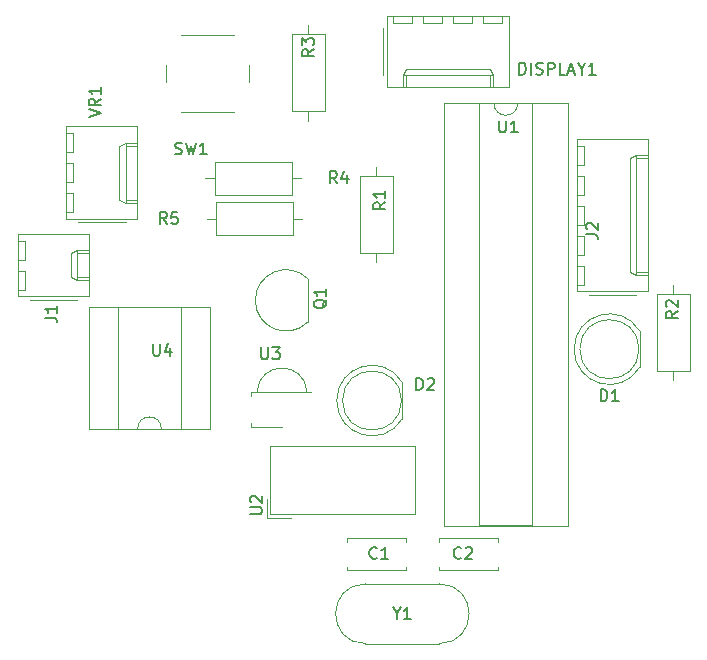
<source format=gbr>
%TF.GenerationSoftware,KiCad,Pcbnew,(6.0.7-1)-1*%
%TF.CreationDate,2022-10-17T13:14:11+05:30*%
%TF.ProjectId,Ac Temp Control ,41632054-656d-4702-9043-6f6e74726f6c,rev?*%
%TF.SameCoordinates,Original*%
%TF.FileFunction,Legend,Top*%
%TF.FilePolarity,Positive*%
%FSLAX46Y46*%
G04 Gerber Fmt 4.6, Leading zero omitted, Abs format (unit mm)*
G04 Created by KiCad (PCBNEW (6.0.7-1)-1) date 2022-10-17 13:14:11*
%MOMM*%
%LPD*%
G01*
G04 APERTURE LIST*
%ADD10C,0.150000*%
%ADD11C,0.120000*%
G04 APERTURE END LIST*
D10*
%TO.C,U1*%
X157019897Y-88034182D02*
X157019897Y-88843706D01*
X157067516Y-88938944D01*
X157115135Y-88986563D01*
X157210373Y-89034182D01*
X157400849Y-89034182D01*
X157496087Y-88986563D01*
X157543706Y-88938944D01*
X157591325Y-88843706D01*
X157591325Y-88034182D01*
X158591325Y-89034182D02*
X158019897Y-89034182D01*
X158305611Y-89034182D02*
X158305611Y-88034182D01*
X158210373Y-88177040D01*
X158115135Y-88272278D01*
X158019897Y-88319897D01*
%TO.C,Y1*%
X148355611Y-129757992D02*
X148355611Y-130234182D01*
X148022278Y-129234182D02*
X148355611Y-129757992D01*
X148688944Y-129234182D01*
X149546087Y-130234182D02*
X148974659Y-130234182D01*
X149260373Y-130234182D02*
X149260373Y-129234182D01*
X149165135Y-129377040D01*
X149069897Y-129472278D01*
X148974659Y-129519897D01*
%TO.C,R3*%
X141334182Y-81998468D02*
X140857992Y-82331802D01*
X141334182Y-82569897D02*
X140334182Y-82569897D01*
X140334182Y-82188944D01*
X140381802Y-82093706D01*
X140429421Y-82046087D01*
X140524659Y-81998468D01*
X140667516Y-81998468D01*
X140762754Y-82046087D01*
X140810373Y-82093706D01*
X140857992Y-82188944D01*
X140857992Y-82569897D01*
X140334182Y-81665135D02*
X140334182Y-81046087D01*
X140715135Y-81379421D01*
X140715135Y-81236563D01*
X140762754Y-81141325D01*
X140810373Y-81093706D01*
X140905611Y-81046087D01*
X141143706Y-81046087D01*
X141238944Y-81093706D01*
X141286563Y-81141325D01*
X141334182Y-81236563D01*
X141334182Y-81522278D01*
X141286563Y-81617516D01*
X141238944Y-81665135D01*
%TO.C,VR1*%
X122284182Y-87741325D02*
X123284182Y-87407992D01*
X122284182Y-87074659D01*
X123284182Y-86169897D02*
X122807992Y-86503230D01*
X123284182Y-86741325D02*
X122284182Y-86741325D01*
X122284182Y-86360373D01*
X122331802Y-86265135D01*
X122379421Y-86217516D01*
X122474659Y-86169897D01*
X122617516Y-86169897D01*
X122712754Y-86217516D01*
X122760373Y-86265135D01*
X122807992Y-86360373D01*
X122807992Y-86741325D01*
X123284182Y-85217516D02*
X123284182Y-85788944D01*
X123284182Y-85503230D02*
X122284182Y-85503230D01*
X122427040Y-85598468D01*
X122522278Y-85693706D01*
X122569897Y-85788944D01*
%TO.C,SW1*%
X129598468Y-90836563D02*
X129741325Y-90884182D01*
X129979421Y-90884182D01*
X130074659Y-90836563D01*
X130122278Y-90788944D01*
X130169897Y-90693706D01*
X130169897Y-90598468D01*
X130122278Y-90503230D01*
X130074659Y-90455611D01*
X129979421Y-90407992D01*
X129788944Y-90360373D01*
X129693706Y-90312754D01*
X129646087Y-90265135D01*
X129598468Y-90169897D01*
X129598468Y-90074659D01*
X129646087Y-89979421D01*
X129693706Y-89931802D01*
X129788944Y-89884182D01*
X130027040Y-89884182D01*
X130169897Y-89931802D01*
X130503230Y-89884182D02*
X130741325Y-90884182D01*
X130931802Y-90169897D01*
X131122278Y-90884182D01*
X131360373Y-89884182D01*
X132265135Y-90884182D02*
X131693706Y-90884182D01*
X131979421Y-90884182D02*
X131979421Y-89884182D01*
X131884182Y-90027040D01*
X131788944Y-90122278D01*
X131693706Y-90169897D01*
%TO.C,R1*%
X147384182Y-94948468D02*
X146907992Y-95281802D01*
X147384182Y-95519897D02*
X146384182Y-95519897D01*
X146384182Y-95138944D01*
X146431802Y-95043706D01*
X146479421Y-94996087D01*
X146574659Y-94948468D01*
X146717516Y-94948468D01*
X146812754Y-94996087D01*
X146860373Y-95043706D01*
X146907992Y-95138944D01*
X146907992Y-95519897D01*
X147384182Y-93996087D02*
X147384182Y-94567516D01*
X147384182Y-94281802D02*
X146384182Y-94281802D01*
X146527040Y-94377040D01*
X146622278Y-94472278D01*
X146669897Y-94567516D01*
%TO.C,U4*%
X127719897Y-106934182D02*
X127719897Y-107743706D01*
X127767516Y-107838944D01*
X127815135Y-107886563D01*
X127910373Y-107934182D01*
X128100849Y-107934182D01*
X128196087Y-107886563D01*
X128243706Y-107838944D01*
X128291325Y-107743706D01*
X128291325Y-106934182D01*
X129196087Y-107267516D02*
X129196087Y-107934182D01*
X128957992Y-106886563D02*
X128719897Y-107600849D01*
X129338944Y-107600849D01*
%TO.C,J1*%
X118584182Y-104715135D02*
X119298468Y-104715135D01*
X119441325Y-104762754D01*
X119536563Y-104857992D01*
X119584182Y-105000849D01*
X119584182Y-105096087D01*
X119584182Y-103715135D02*
X119584182Y-104286563D01*
X119584182Y-104000849D02*
X118584182Y-104000849D01*
X118727040Y-104096087D01*
X118822278Y-104191325D01*
X118869897Y-104286563D01*
%TO.C,DISPLAY1*%
X158717516Y-84134182D02*
X158717516Y-83134182D01*
X158955611Y-83134182D01*
X159098468Y-83181802D01*
X159193706Y-83277040D01*
X159241325Y-83372278D01*
X159288944Y-83562754D01*
X159288944Y-83705611D01*
X159241325Y-83896087D01*
X159193706Y-83991325D01*
X159098468Y-84086563D01*
X158955611Y-84134182D01*
X158717516Y-84134182D01*
X159717516Y-84134182D02*
X159717516Y-83134182D01*
X160146087Y-84086563D02*
X160288944Y-84134182D01*
X160527040Y-84134182D01*
X160622278Y-84086563D01*
X160669897Y-84038944D01*
X160717516Y-83943706D01*
X160717516Y-83848468D01*
X160669897Y-83753230D01*
X160622278Y-83705611D01*
X160527040Y-83657992D01*
X160336563Y-83610373D01*
X160241325Y-83562754D01*
X160193706Y-83515135D01*
X160146087Y-83419897D01*
X160146087Y-83324659D01*
X160193706Y-83229421D01*
X160241325Y-83181802D01*
X160336563Y-83134182D01*
X160574659Y-83134182D01*
X160717516Y-83181802D01*
X161146087Y-84134182D02*
X161146087Y-83134182D01*
X161527040Y-83134182D01*
X161622278Y-83181802D01*
X161669897Y-83229421D01*
X161717516Y-83324659D01*
X161717516Y-83467516D01*
X161669897Y-83562754D01*
X161622278Y-83610373D01*
X161527040Y-83657992D01*
X161146087Y-83657992D01*
X162622278Y-84134182D02*
X162146087Y-84134182D01*
X162146087Y-83134182D01*
X162907992Y-83848468D02*
X163384182Y-83848468D01*
X162812754Y-84134182D02*
X163146087Y-83134182D01*
X163479421Y-84134182D01*
X164003230Y-83657992D02*
X164003230Y-84134182D01*
X163669897Y-83134182D02*
X164003230Y-83657992D01*
X164336563Y-83134182D01*
X165193706Y-84134182D02*
X164622278Y-84134182D01*
X164907992Y-84134182D02*
X164907992Y-83134182D01*
X164812754Y-83277040D01*
X164717516Y-83372278D01*
X164622278Y-83419897D01*
%TO.C,C1*%
X146665135Y-125038944D02*
X146617516Y-125086563D01*
X146474659Y-125134182D01*
X146379421Y-125134182D01*
X146236563Y-125086563D01*
X146141325Y-124991325D01*
X146093706Y-124896087D01*
X146046087Y-124705611D01*
X146046087Y-124562754D01*
X146093706Y-124372278D01*
X146141325Y-124277040D01*
X146236563Y-124181802D01*
X146379421Y-124134182D01*
X146474659Y-124134182D01*
X146617516Y-124181802D01*
X146665135Y-124229421D01*
X147617516Y-125134182D02*
X147046087Y-125134182D01*
X147331802Y-125134182D02*
X147331802Y-124134182D01*
X147236563Y-124277040D01*
X147141325Y-124372278D01*
X147046087Y-124419897D01*
%TO.C,D1*%
X165623706Y-111794182D02*
X165623706Y-110794182D01*
X165861802Y-110794182D01*
X166004659Y-110841802D01*
X166099897Y-110937040D01*
X166147516Y-111032278D01*
X166195135Y-111222754D01*
X166195135Y-111365611D01*
X166147516Y-111556087D01*
X166099897Y-111651325D01*
X166004659Y-111746563D01*
X165861802Y-111794182D01*
X165623706Y-111794182D01*
X167147516Y-111794182D02*
X166576087Y-111794182D01*
X166861802Y-111794182D02*
X166861802Y-110794182D01*
X166766563Y-110937040D01*
X166671325Y-111032278D01*
X166576087Y-111079897D01*
%TO.C,C2*%
X153815135Y-125038944D02*
X153767516Y-125086563D01*
X153624659Y-125134182D01*
X153529421Y-125134182D01*
X153386563Y-125086563D01*
X153291325Y-124991325D01*
X153243706Y-124896087D01*
X153196087Y-124705611D01*
X153196087Y-124562754D01*
X153243706Y-124372278D01*
X153291325Y-124277040D01*
X153386563Y-124181802D01*
X153529421Y-124134182D01*
X153624659Y-124134182D01*
X153767516Y-124181802D01*
X153815135Y-124229421D01*
X154196087Y-124229421D02*
X154243706Y-124181802D01*
X154338944Y-124134182D01*
X154577040Y-124134182D01*
X154672278Y-124181802D01*
X154719897Y-124229421D01*
X154767516Y-124324659D01*
X154767516Y-124419897D01*
X154719897Y-124562754D01*
X154148468Y-125134182D01*
X154767516Y-125134182D01*
%TO.C,J2*%
X164384182Y-97665135D02*
X165098468Y-97665135D01*
X165241325Y-97712754D01*
X165336563Y-97807992D01*
X165384182Y-97950849D01*
X165384182Y-98046087D01*
X164479421Y-97236563D02*
X164431802Y-97188944D01*
X164384182Y-97093706D01*
X164384182Y-96855611D01*
X164431802Y-96760373D01*
X164479421Y-96712754D01*
X164574659Y-96665135D01*
X164669897Y-96665135D01*
X164812754Y-96712754D01*
X165384182Y-97284182D01*
X165384182Y-96665135D01*
%TO.C,R5*%
X128885135Y-96784182D02*
X128551802Y-96307992D01*
X128313706Y-96784182D02*
X128313706Y-95784182D01*
X128694659Y-95784182D01*
X128789897Y-95831802D01*
X128837516Y-95879421D01*
X128885135Y-95974659D01*
X128885135Y-96117516D01*
X128837516Y-96212754D01*
X128789897Y-96260373D01*
X128694659Y-96307992D01*
X128313706Y-96307992D01*
X129789897Y-95784182D02*
X129313706Y-95784182D01*
X129266087Y-96260373D01*
X129313706Y-96212754D01*
X129408944Y-96165135D01*
X129647040Y-96165135D01*
X129742278Y-96212754D01*
X129789897Y-96260373D01*
X129837516Y-96355611D01*
X129837516Y-96593706D01*
X129789897Y-96688944D01*
X129742278Y-96736563D01*
X129647040Y-96784182D01*
X129408944Y-96784182D01*
X129313706Y-96736563D01*
X129266087Y-96688944D01*
%TO.C,D2*%
X150018706Y-110834182D02*
X150018706Y-109834182D01*
X150256802Y-109834182D01*
X150399659Y-109881802D01*
X150494897Y-109977040D01*
X150542516Y-110072278D01*
X150590135Y-110262754D01*
X150590135Y-110405611D01*
X150542516Y-110596087D01*
X150494897Y-110691325D01*
X150399659Y-110786563D01*
X150256802Y-110834182D01*
X150018706Y-110834182D01*
X150971087Y-109929421D02*
X151018706Y-109881802D01*
X151113944Y-109834182D01*
X151352040Y-109834182D01*
X151447278Y-109881802D01*
X151494897Y-109929421D01*
X151542516Y-110024659D01*
X151542516Y-110119897D01*
X151494897Y-110262754D01*
X150923468Y-110834182D01*
X151542516Y-110834182D01*
%TO.C,R2*%
X172134182Y-104178468D02*
X171657992Y-104511802D01*
X172134182Y-104749897D02*
X171134182Y-104749897D01*
X171134182Y-104368944D01*
X171181802Y-104273706D01*
X171229421Y-104226087D01*
X171324659Y-104178468D01*
X171467516Y-104178468D01*
X171562754Y-104226087D01*
X171610373Y-104273706D01*
X171657992Y-104368944D01*
X171657992Y-104749897D01*
X171229421Y-103797516D02*
X171181802Y-103749897D01*
X171134182Y-103654659D01*
X171134182Y-103416563D01*
X171181802Y-103321325D01*
X171229421Y-103273706D01*
X171324659Y-103226087D01*
X171419897Y-103226087D01*
X171562754Y-103273706D01*
X172134182Y-103845135D01*
X172134182Y-103226087D01*
%TO.C,U3*%
X136869897Y-107234182D02*
X136869897Y-108043706D01*
X136917516Y-108138944D01*
X136965135Y-108186563D01*
X137060373Y-108234182D01*
X137250849Y-108234182D01*
X137346087Y-108186563D01*
X137393706Y-108138944D01*
X137441325Y-108043706D01*
X137441325Y-107234182D01*
X137822278Y-107234182D02*
X138441325Y-107234182D01*
X138107992Y-107615135D01*
X138250849Y-107615135D01*
X138346087Y-107662754D01*
X138393706Y-107710373D01*
X138441325Y-107805611D01*
X138441325Y-108043706D01*
X138393706Y-108138944D01*
X138346087Y-108186563D01*
X138250849Y-108234182D01*
X137965135Y-108234182D01*
X137869897Y-108186563D01*
X137822278Y-108138944D01*
%TO.C,Q1*%
X142429421Y-103177040D02*
X142381802Y-103272278D01*
X142286563Y-103367516D01*
X142143706Y-103510373D01*
X142096087Y-103605611D01*
X142096087Y-103700849D01*
X142334182Y-103653230D02*
X142286563Y-103748468D01*
X142191325Y-103843706D01*
X142000849Y-103891325D01*
X141667516Y-103891325D01*
X141477040Y-103843706D01*
X141381802Y-103748468D01*
X141334182Y-103653230D01*
X141334182Y-103462754D01*
X141381802Y-103367516D01*
X141477040Y-103272278D01*
X141667516Y-103224659D01*
X142000849Y-103224659D01*
X142191325Y-103272278D01*
X142286563Y-103367516D01*
X142334182Y-103462754D01*
X142334182Y-103653230D01*
X142334182Y-102272278D02*
X142334182Y-102843706D01*
X142334182Y-102557992D02*
X141334182Y-102557992D01*
X141477040Y-102653230D01*
X141572278Y-102748468D01*
X141619897Y-102843706D01*
%TO.C,R4*%
X143285135Y-93334182D02*
X142951802Y-92857992D01*
X142713706Y-93334182D02*
X142713706Y-92334182D01*
X143094659Y-92334182D01*
X143189897Y-92381802D01*
X143237516Y-92429421D01*
X143285135Y-92524659D01*
X143285135Y-92667516D01*
X143237516Y-92762754D01*
X143189897Y-92810373D01*
X143094659Y-92857992D01*
X142713706Y-92857992D01*
X144142278Y-92667516D02*
X144142278Y-93334182D01*
X143904182Y-92286563D02*
X143666087Y-93000849D01*
X144285135Y-93000849D01*
%TO.C,U2*%
X135934182Y-121343706D02*
X136743706Y-121343706D01*
X136838944Y-121296087D01*
X136886563Y-121248468D01*
X136934182Y-121153230D01*
X136934182Y-120962754D01*
X136886563Y-120867516D01*
X136838944Y-120819897D01*
X136743706Y-120772278D01*
X135934182Y-120772278D01*
X136029421Y-120343706D02*
X135981802Y-120296087D01*
X135934182Y-120200849D01*
X135934182Y-119962754D01*
X135981802Y-119867516D01*
X136029421Y-119819897D01*
X136124659Y-119772278D01*
X136219897Y-119772278D01*
X136362754Y-119819897D01*
X136934182Y-120391325D01*
X136934182Y-119772278D01*
D11*
%TO.C,U1*%
X159841802Y-86576802D02*
X158591802Y-86576802D01*
X152341802Y-122316802D02*
X162841802Y-122316802D01*
X152341802Y-86516802D02*
X152341802Y-122316802D01*
X155341802Y-86576802D02*
X155341802Y-122256802D01*
X162841802Y-86516802D02*
X152341802Y-86516802D01*
X159841802Y-122256802D02*
X159841802Y-86576802D01*
X156591802Y-86576802D02*
X155341802Y-86576802D01*
X155341802Y-122256802D02*
X159841802Y-122256802D01*
X162841802Y-122316802D02*
X162841802Y-86516802D01*
X156591802Y-86576802D02*
G75*
G03*
X158591802Y-86576802I1000000J0D01*
G01*
%TO.C,Y1*%
X145706802Y-127256802D02*
X151956802Y-127256802D01*
X145706802Y-132306802D02*
X151956802Y-132306802D01*
X145706802Y-127256802D02*
G75*
G03*
X145706802Y-132306802I0J-2525000D01*
G01*
X151956802Y-132306802D02*
G75*
G03*
X151956802Y-127256802I0J2525000D01*
G01*
%TO.C,R3*%
X139511802Y-80711802D02*
X139511802Y-87251802D01*
X142251802Y-87251802D02*
X142251802Y-80711802D01*
X142251802Y-80711802D02*
X139511802Y-80711802D01*
X140881802Y-88021802D02*
X140881802Y-87251802D01*
X139511802Y-87251802D02*
X142251802Y-87251802D01*
X140881802Y-79941802D02*
X140881802Y-80711802D01*
%TO.C,VR1*%
X125391802Y-94971802D02*
X124861802Y-94721802D01*
X120371802Y-90691802D02*
X120971802Y-90691802D01*
X126391802Y-94971802D02*
X125391802Y-94971802D01*
X120371802Y-95771802D02*
X120971802Y-95771802D01*
X120971802Y-89091802D02*
X120371802Y-89091802D01*
X124861802Y-90141802D02*
X125391802Y-89891802D01*
X125391802Y-94971802D02*
X125391802Y-89891802D01*
X120971802Y-93231802D02*
X120971802Y-91631802D01*
X120971802Y-90691802D02*
X120971802Y-89091802D01*
X126391802Y-94721802D02*
X125391802Y-94721802D01*
X120971802Y-95771802D02*
X120971802Y-94171802D01*
X124861802Y-94721802D02*
X124861802Y-90141802D01*
X120971802Y-94171802D02*
X120371802Y-94171802D01*
X126391802Y-90141802D02*
X125391802Y-90141802D01*
X126391802Y-96351802D02*
X126391802Y-88511802D01*
X126391802Y-88511802D02*
X120371802Y-88511802D01*
X125391802Y-89891802D02*
X126391802Y-89891802D01*
X120971802Y-91631802D02*
X120371802Y-91631802D01*
X121401802Y-96641802D02*
X125401802Y-96641802D01*
X120371802Y-93231802D02*
X120971802Y-93231802D01*
X120371802Y-96351802D02*
X126391802Y-96351802D01*
X120371802Y-88511802D02*
X120371802Y-96351802D01*
%TO.C,SW1*%
X134581802Y-80781802D02*
X130081802Y-80781802D01*
X135831802Y-84781802D02*
X135831802Y-83281802D01*
X130081802Y-87281802D02*
X134581802Y-87281802D01*
X128831802Y-83281802D02*
X128831802Y-84781802D01*
%TO.C,R1*%
X148001802Y-99251802D02*
X148001802Y-92711802D01*
X145261802Y-92711802D02*
X145261802Y-99251802D01*
X146631802Y-100021802D02*
X146631802Y-99251802D01*
X148001802Y-92711802D02*
X145261802Y-92711802D01*
X146631802Y-91941802D02*
X146631802Y-92711802D01*
X145261802Y-99251802D02*
X148001802Y-99251802D01*
%TO.C,U4*%
X122281802Y-114171802D02*
X132561802Y-114171802D01*
X124771802Y-114111802D02*
X126421802Y-114111802D01*
X128421802Y-114111802D02*
X130071802Y-114111802D01*
X130071802Y-103831802D02*
X124771802Y-103831802D01*
X124771802Y-103831802D02*
X124771802Y-114111802D01*
X130071802Y-114111802D02*
X130071802Y-103831802D01*
X122281802Y-103771802D02*
X122281802Y-114171802D01*
X132561802Y-103771802D02*
X122281802Y-103771802D01*
X132561802Y-114171802D02*
X132561802Y-103771802D01*
X128421802Y-114111802D02*
G75*
G03*
X126421802Y-114111802I-1000000J0D01*
G01*
%TO.C,J1*%
X121271802Y-101531802D02*
X120741802Y-101281802D01*
X116851802Y-102331802D02*
X116851802Y-100731802D01*
X117281802Y-103201802D02*
X121281802Y-103201802D01*
X116851802Y-98191802D02*
X116251802Y-98191802D01*
X116251802Y-102331802D02*
X116851802Y-102331802D01*
X122271802Y-97611802D02*
X116251802Y-97611802D01*
X122271802Y-102911802D02*
X122271802Y-97611802D01*
X122271802Y-99241802D02*
X121271802Y-99241802D01*
X116251802Y-102911802D02*
X122271802Y-102911802D01*
X120741802Y-101281802D02*
X120741802Y-99241802D01*
X120741802Y-99241802D02*
X121271802Y-98991802D01*
X122271802Y-101531802D02*
X121271802Y-101531802D01*
X121271802Y-101531802D02*
X121271802Y-98991802D01*
X116851802Y-99791802D02*
X116851802Y-98191802D01*
X116251802Y-99791802D02*
X116851802Y-99791802D01*
X116851802Y-100731802D02*
X116251802Y-100731802D01*
X116251802Y-97611802D02*
X116251802Y-102911802D01*
X121271802Y-98991802D02*
X122271802Y-98991802D01*
X122271802Y-101281802D02*
X121271802Y-101281802D01*
%TO.C,DISPLAY1*%
X148871802Y-85191802D02*
X148871802Y-84191802D01*
X153151802Y-79771802D02*
X154751802Y-79771802D01*
X157291802Y-79771802D02*
X157291802Y-79171802D01*
X148871802Y-84191802D02*
X149121802Y-83661802D01*
X148071802Y-79771802D02*
X149671802Y-79771802D01*
X156241802Y-85191802D02*
X156241802Y-84191802D01*
X153151802Y-79171802D02*
X153151802Y-79771802D01*
X147201802Y-80201802D02*
X147201802Y-84201802D01*
X148871802Y-84191802D02*
X156491802Y-84191802D01*
X156491802Y-84191802D02*
X156491802Y-85191802D01*
X157871802Y-85191802D02*
X157871802Y-79171802D01*
X147491802Y-85191802D02*
X157871802Y-85191802D01*
X149121802Y-85191802D02*
X149121802Y-84191802D01*
X156241802Y-83661802D02*
X156491802Y-84191802D01*
X152211802Y-79771802D02*
X152211802Y-79171802D01*
X148071802Y-79171802D02*
X148071802Y-79771802D01*
X155691802Y-79771802D02*
X157291802Y-79771802D01*
X150611802Y-79171802D02*
X150611802Y-79771802D01*
X157871802Y-79171802D02*
X147491802Y-79171802D01*
X149121802Y-83661802D02*
X156241802Y-83661802D01*
X147491802Y-79171802D02*
X147491802Y-85191802D01*
X150611802Y-79771802D02*
X152211802Y-79771802D01*
X149671802Y-79771802D02*
X149671802Y-79171802D01*
X154751802Y-79771802D02*
X154751802Y-79171802D01*
X155691802Y-79171802D02*
X155691802Y-79771802D01*
%TO.C,C1*%
X144161802Y-123361802D02*
X149101802Y-123361802D01*
X144161802Y-126101802D02*
X149101802Y-126101802D01*
X149101802Y-123361802D02*
X149101802Y-123676802D01*
X144161802Y-125786802D02*
X144161802Y-126101802D01*
X144161802Y-123361802D02*
X144161802Y-123676802D01*
X149101802Y-125786802D02*
X149101802Y-126101802D01*
%TO.C,D1*%
X168921802Y-108926802D02*
X168921802Y-105836802D01*
X163371802Y-107381340D02*
G75*
G03*
X168921802Y-108926632I2990000J-462D01*
G01*
X168921802Y-105836972D02*
G75*
G03*
X163371802Y-107382264I-2560000J-1544830D01*
G01*
X168861802Y-107381802D02*
G75*
G03*
X168861802Y-107381802I-2500000J0D01*
G01*
%TO.C,C2*%
X156901802Y-123676802D02*
X156901802Y-123361802D01*
X156901802Y-126101802D02*
X151961802Y-126101802D01*
X156901802Y-123361802D02*
X151961802Y-123361802D01*
X151961802Y-123676802D02*
X151961802Y-123361802D01*
X156901802Y-126101802D02*
X156901802Y-125786802D01*
X151961802Y-126101802D02*
X151961802Y-125786802D01*
%TO.C,J2*%
X164221802Y-95231802D02*
X163621802Y-95231802D01*
X163621802Y-94291802D02*
X164221802Y-94291802D01*
X168641802Y-90951802D02*
X169641802Y-90951802D01*
X164651802Y-102781802D02*
X168651802Y-102781802D01*
X169641802Y-100861802D02*
X168641802Y-100861802D01*
X163621802Y-96831802D02*
X164221802Y-96831802D01*
X163621802Y-89571802D02*
X163621802Y-102491802D01*
X163621802Y-101911802D02*
X164221802Y-101911802D01*
X164221802Y-99371802D02*
X164221802Y-97771802D01*
X169641802Y-101111802D02*
X168641802Y-101111802D01*
X163621802Y-91751802D02*
X164221802Y-91751802D01*
X168641802Y-101111802D02*
X168111802Y-100861802D01*
X164221802Y-90151802D02*
X163621802Y-90151802D01*
X169641802Y-89571802D02*
X163621802Y-89571802D01*
X163621802Y-99371802D02*
X164221802Y-99371802D01*
X164221802Y-100311802D02*
X163621802Y-100311802D01*
X164221802Y-94291802D02*
X164221802Y-92691802D01*
X164221802Y-97771802D02*
X163621802Y-97771802D01*
X163621802Y-102491802D02*
X169641802Y-102491802D01*
X164221802Y-91751802D02*
X164221802Y-90151802D01*
X169641802Y-102491802D02*
X169641802Y-89571802D01*
X164221802Y-101911802D02*
X164221802Y-100311802D01*
X168111802Y-91201802D02*
X168641802Y-90951802D01*
X169641802Y-91201802D02*
X168641802Y-91201802D01*
X164221802Y-96831802D02*
X164221802Y-95231802D01*
X168641802Y-101111802D02*
X168641802Y-90951802D01*
X168111802Y-100861802D02*
X168111802Y-91201802D01*
X164221802Y-92691802D02*
X163621802Y-92691802D01*
%TO.C,R5*%
X139571802Y-94961802D02*
X133031802Y-94961802D01*
X133031802Y-97701802D02*
X139571802Y-97701802D01*
X139571802Y-97701802D02*
X139571802Y-94961802D01*
X132261802Y-96331802D02*
X133031802Y-96331802D01*
X140341802Y-96331802D02*
X139571802Y-96331802D01*
X133031802Y-94961802D02*
X133031802Y-97701802D01*
%TO.C,D2*%
X148821802Y-113276802D02*
X148821802Y-110186802D01*
X148821802Y-110186972D02*
G75*
G03*
X143271802Y-111732264I-2560000J-1544830D01*
G01*
X143271802Y-111731340D02*
G75*
G03*
X148821802Y-113276632I2990000J-462D01*
G01*
X148761802Y-111731802D02*
G75*
G03*
X148761802Y-111731802I-2500000J0D01*
G01*
%TO.C,R2*%
X170411802Y-102691802D02*
X170411802Y-109231802D01*
X171781802Y-101921802D02*
X171781802Y-102691802D01*
X171781802Y-110001802D02*
X171781802Y-109231802D01*
X170411802Y-109231802D02*
X173151802Y-109231802D01*
X173151802Y-102691802D02*
X170411802Y-102691802D01*
X173151802Y-109231802D02*
X173151802Y-102691802D01*
%TO.C,U3*%
X136041802Y-111321802D02*
X136041802Y-110981802D01*
X136041802Y-113991802D02*
X138641802Y-113991802D01*
X136041802Y-113641802D02*
X136041802Y-113991802D01*
X136041802Y-110981802D02*
X141131802Y-110981802D01*
X140741719Y-110980066D02*
G75*
G03*
X136541802Y-110981802I-2099917J-101736D01*
G01*
%TO.C,Q1*%
X140831802Y-105051802D02*
X140831802Y-101451802D01*
X140820280Y-101413324D02*
G75*
G03*
X136381802Y-103251802I-1838478J-1838478D01*
G01*
X136381801Y-103251802D02*
G75*
G03*
X140820280Y-105090280I2600001J0D01*
G01*
%TO.C,R4*%
X139471802Y-91561802D02*
X132931802Y-91561802D01*
X140241802Y-92931802D02*
X139471802Y-92931802D01*
X132931802Y-94301802D02*
X139471802Y-94301802D01*
X139471802Y-94301802D02*
X139471802Y-91561802D01*
X132161802Y-92931802D02*
X132931802Y-92931802D01*
X132931802Y-91561802D02*
X132931802Y-94301802D01*
%TO.C,U2*%
X137649302Y-115604302D02*
X149909302Y-115604302D01*
X137369302Y-121644302D02*
X137369302Y-120034302D01*
X137369302Y-121644302D02*
X139369302Y-121644302D01*
X137649302Y-121354302D02*
X137649302Y-115614302D01*
X149909302Y-115604302D02*
X149909302Y-121364302D01*
X149909302Y-121364302D02*
X137659302Y-121364302D01*
%TD*%
M02*

</source>
